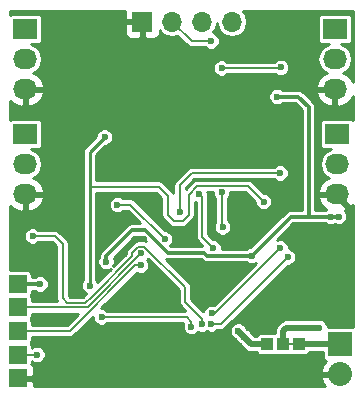
<source format=gtl>
G04 #@! TF.FileFunction,Copper,L1,Top,Signal*
%FSLAX46Y46*%
G04 Gerber Fmt 4.6, Leading zero omitted, Abs format (unit mm)*
G04 Created by KiCad (PCBNEW 4.0.2+dfsg1-stable) date Fri 12 May 2017 16:51:10 AEST*
%MOMM*%
G01*
G04 APERTURE LIST*
%ADD10C,0.100000*%
%ADD11C,0.600000*%
%ADD12R,2.032000X1.727200*%
%ADD13O,2.032000X1.727200*%
%ADD14R,2.032000X2.032000*%
%ADD15O,2.032000X2.032000*%
%ADD16R,1.500000X1.500000*%
%ADD17R,1.000000X1.000000*%
%ADD18R,1.700000X1.700000*%
%ADD19O,1.700000X1.700000*%
%ADD20C,0.508000*%
%ADD21C,0.203200*%
%ADD22C,0.304800*%
%ADD23C,0.254000*%
G04 APERTURE END LIST*
D10*
D11*
X203174600Y-118567200D03*
X204774800Y-116814600D03*
X200507600Y-118440200D03*
X198399400Y-126263400D03*
X192074800Y-125349000D03*
X212013800Y-100660200D03*
X207949800Y-97409000D03*
X192735200Y-111810800D03*
X190373000Y-116001800D03*
X192709800Y-116230400D03*
X192455800Y-120726200D03*
X195148200Y-122834400D03*
X197408800Y-113258600D03*
X204597000Y-104394000D03*
X202717400Y-107213400D03*
X214096600Y-111201200D03*
X214299800Y-113639600D03*
X214630000Y-115316000D03*
X213207600Y-124536200D03*
X214985600Y-124510800D03*
X200787000Y-114046000D03*
X193167000Y-109474000D03*
X202692000Y-103886000D03*
X203327000Y-98806000D03*
X203581000Y-100711000D03*
X206756000Y-107289600D03*
X211074000Y-95504000D03*
X200914000Y-123088400D03*
X204266800Y-113385600D03*
X202819000Y-109347000D03*
D12*
X190754000Y-105156000D03*
D13*
X190754000Y-107696000D03*
X190754000Y-110236000D03*
D14*
X217424000Y-122936000D03*
D15*
X217424000Y-125476000D03*
D12*
X216990000Y-96266000D03*
D13*
X216990000Y-98806000D03*
X216990000Y-101346000D03*
D12*
X217170000Y-105156000D03*
D13*
X217170000Y-107696000D03*
X217170000Y-110236000D03*
D12*
X190754000Y-96266000D03*
D13*
X190754000Y-98806000D03*
X190754000Y-101346000D03*
D11*
X194691000Y-112522000D03*
D16*
X190119000Y-123825000D03*
X190119000Y-121825000D03*
X190119000Y-119825000D03*
X190119000Y-117825000D03*
X190119000Y-125825000D03*
D17*
X211248000Y-122936000D03*
X213948000Y-122936000D03*
X212598000Y-122936000D03*
D18*
X200672700Y-95631000D03*
D19*
X203212700Y-95631000D03*
X205752700Y-95631000D03*
X208292700Y-95631000D03*
D11*
X215011000Y-121539000D03*
X215646000Y-121539000D03*
X202565000Y-114046000D03*
X198577790Y-111140190D03*
X212410000Y-99502000D03*
X207391000Y-99568000D03*
X207401744Y-110098256D03*
X207479900Y-113030000D03*
X212344000Y-108458000D03*
X203835000Y-111760000D03*
X209268800Y-122301000D03*
X208812199Y-121844399D03*
X192024000Y-117856000D03*
X197612000Y-115951000D03*
X212090000Y-101981000D03*
X209931000Y-115443000D03*
X216662000Y-112141000D03*
X217297000Y-112141000D03*
X210947000Y-110871000D03*
X197485000Y-105410000D03*
X196215000Y-117983000D03*
X206502000Y-97282000D03*
X204837882Y-121475622D03*
X197231000Y-120650000D03*
X212344000Y-114808000D03*
X206583138Y-120328650D03*
X212979000Y-115570000D03*
X206502000Y-121239589D03*
X191770000Y-123825000D03*
X200533000Y-116268500D03*
X200596500Y-115255611D03*
X206679800Y-114803229D03*
X205475256Y-110246744D03*
X191389000Y-113792000D03*
X205740000Y-121239589D03*
D20*
X212852000Y-121539000D02*
X212598000Y-121793000D01*
X212598000Y-121793000D02*
X212598000Y-122936000D01*
X215011000Y-121539000D02*
X212852000Y-121539000D01*
X215011000Y-121539000D02*
X215646000Y-121539000D01*
D21*
X212445600Y-122936000D02*
X214096600Y-122936000D01*
D20*
X217170000Y-110413800D02*
X218313000Y-111556800D01*
X217170000Y-110236000D02*
X217170000Y-110413800D01*
X217170000Y-110236000D02*
X217170000Y-110286800D01*
D21*
X198577790Y-111140190D02*
X199659190Y-111140190D01*
X199659190Y-111140190D02*
X202565000Y-114046000D01*
X207391000Y-99568000D02*
X212344000Y-99568000D01*
X212344000Y-99568000D02*
X212410000Y-99502000D01*
X207391000Y-113030000D02*
X207391000Y-110109000D01*
X207391000Y-110109000D02*
X207401744Y-110098256D01*
X206444078Y-108458000D02*
X205994000Y-108458000D01*
X205941170Y-108458000D02*
X205994000Y-108458000D01*
X204851000Y-108458000D02*
X205994000Y-108458000D01*
X203835000Y-109474000D02*
X204851000Y-108458000D01*
X203835000Y-111760000D02*
X203835000Y-109474000D01*
X206444078Y-108458000D02*
X212344000Y-108458000D01*
D20*
X209268800Y-122301000D02*
X208812199Y-121844399D01*
X209903800Y-122936000D02*
X209268800Y-122301000D01*
X211248000Y-122936000D02*
X209903800Y-122936000D01*
X217424000Y-122936000D02*
X213948000Y-122936000D01*
D22*
X209931000Y-115443000D02*
X206121000Y-115443000D01*
X206121000Y-115443000D02*
X205867000Y-115189000D01*
X205867000Y-115189000D02*
X202825106Y-115189000D01*
X202825106Y-115189000D02*
X200920106Y-113284000D01*
X200920106Y-113284000D02*
X199771000Y-113284000D01*
X199771000Y-113284000D02*
X197612000Y-115443000D01*
X197612000Y-115443000D02*
X197612000Y-115951000D01*
X216662000Y-112141000D02*
X214757000Y-112141000D01*
X214757000Y-112141000D02*
X213233000Y-112141000D01*
X214757000Y-110236000D02*
X214757000Y-112141000D01*
X213233000Y-112141000D02*
X209931000Y-115443000D01*
X214757000Y-102870000D02*
X213868000Y-101981000D01*
X213868000Y-101981000D02*
X212090000Y-101981000D01*
X214757000Y-110236000D02*
X214757000Y-102870000D01*
X192024000Y-117856000D02*
X190150000Y-117856000D01*
X190150000Y-117856000D02*
X190119000Y-117825000D01*
X217297000Y-112141000D02*
X216662000Y-112141000D01*
D23*
X196215000Y-117983000D02*
X196215000Y-109601000D01*
D21*
X199517000Y-109601000D02*
X196215000Y-109601000D01*
D23*
X196215000Y-109601000D02*
X196215000Y-106680000D01*
D21*
X204597000Y-112014000D02*
X204089000Y-112522000D01*
X210947000Y-110871000D02*
X209620255Y-109544255D01*
X209620255Y-109544255D02*
X205357823Y-109544255D01*
X202057000Y-109601000D02*
X199517000Y-109601000D01*
X205357823Y-109544255D02*
X204597000Y-110305078D01*
X204597000Y-110305078D02*
X204597000Y-112014000D01*
X204089000Y-112522000D02*
X203327000Y-112522000D01*
X203327000Y-112522000D02*
X202819000Y-112014000D01*
X202819000Y-112014000D02*
X202819000Y-110363000D01*
X202819000Y-110363000D02*
X202057000Y-109601000D01*
D23*
X196215000Y-106680000D02*
X197485000Y-105410000D01*
D21*
X206502000Y-97282000D02*
X204851000Y-97282000D01*
X204851000Y-97282000D02*
X203200000Y-95631000D01*
X204837882Y-121475622D02*
X204837882Y-121051358D01*
X204837882Y-121051358D02*
X204436524Y-120650000D01*
X204436524Y-120650000D02*
X204275217Y-120650000D01*
X204275217Y-120650000D02*
X204158530Y-120650000D01*
X204158530Y-120650000D02*
X197231000Y-120650000D01*
X212344000Y-114808000D02*
X206823350Y-120328650D01*
X206823350Y-120328650D02*
X206583138Y-120328650D01*
X212979000Y-115570000D02*
X207309411Y-121239589D01*
X207309411Y-121239589D02*
X206502000Y-121239589D01*
X191770000Y-123825000D02*
X190119000Y-123825000D01*
X200533000Y-116268500D02*
X200108736Y-116268500D01*
X200108736Y-116268500D02*
X194552236Y-121825000D01*
X194552236Y-121825000D02*
X191072200Y-121825000D01*
X191072200Y-121825000D02*
X190119000Y-121825000D01*
X190119000Y-119825000D02*
X196049328Y-119825000D01*
X196049328Y-119825000D02*
X196049328Y-119802783D01*
X196049328Y-119802783D02*
X200596500Y-115255611D01*
X205475256Y-110246744D02*
X205740000Y-110511488D01*
X205740000Y-110511488D02*
X205740000Y-113863429D01*
X205740000Y-113863429D02*
X206679800Y-114803229D01*
X194335890Y-119469390D02*
X193929000Y-119062500D01*
X193929000Y-119062500D02*
X193929000Y-114427000D01*
X195871610Y-119469390D02*
X194335890Y-119469390D01*
X196413703Y-118935500D02*
X196405500Y-118935500D01*
X196405500Y-118935500D02*
X195871610Y-119469390D01*
X199834500Y-115514703D02*
X196413703Y-118935500D01*
X204304675Y-119380000D02*
X204304675Y-118143864D01*
X204304675Y-118143864D02*
X200862421Y-114701610D01*
X200862421Y-114701610D02*
X200330579Y-114701610D01*
X200330579Y-114701610D02*
X199834500Y-115197689D01*
X199834500Y-115197689D02*
X199834500Y-115514703D01*
X193929000Y-114427000D02*
X193294000Y-113792000D01*
X193294000Y-113792000D02*
X191389000Y-113792000D01*
X205740000Y-121239589D02*
X205740000Y-120815325D01*
X205740000Y-120815325D02*
X204304675Y-119380000D01*
D23*
G36*
X218493200Y-121490514D02*
X218440000Y-121479741D01*
X216408000Y-121479741D01*
X216377847Y-121485415D01*
X216377927Y-121394075D01*
X216266752Y-121125010D01*
X216061073Y-120918972D01*
X215792203Y-120807327D01*
X215501075Y-120807073D01*
X215389439Y-120853200D01*
X215267677Y-120853200D01*
X215157203Y-120807327D01*
X214866075Y-120807073D01*
X214754439Y-120853200D01*
X212852000Y-120853200D01*
X212589556Y-120905403D01*
X212523707Y-120949402D01*
X212367066Y-121054066D01*
X212113066Y-121308066D01*
X211964403Y-121530555D01*
X211930803Y-121699474D01*
X211912200Y-121793000D01*
X211912200Y-122028992D01*
X211748000Y-121995741D01*
X210748000Y-121995741D01*
X210587985Y-122025850D01*
X210441020Y-122120419D01*
X210352345Y-122250200D01*
X210187868Y-122250200D01*
X209935232Y-121997564D01*
X209889552Y-121887010D01*
X209683873Y-121680972D01*
X209572318Y-121634650D01*
X209478631Y-121540963D01*
X209432951Y-121430409D01*
X209227272Y-121224371D01*
X208958402Y-121112726D01*
X208667274Y-121112472D01*
X208398209Y-121223647D01*
X208192171Y-121429326D01*
X208080526Y-121698196D01*
X208080272Y-121989324D01*
X208191447Y-122258389D01*
X208397126Y-122464427D01*
X208508681Y-122510749D01*
X208602368Y-122604436D01*
X208648048Y-122714990D01*
X208853727Y-122921028D01*
X208965282Y-122967350D01*
X209418866Y-123420934D01*
X209641355Y-123569597D01*
X209903800Y-123621801D01*
X209903805Y-123621800D01*
X210354442Y-123621800D01*
X210432419Y-123742980D01*
X210576715Y-123841573D01*
X210748000Y-123876259D01*
X211748000Y-123876259D01*
X211908015Y-123846150D01*
X211921095Y-123837733D01*
X211926715Y-123841573D01*
X212098000Y-123876259D01*
X213098000Y-123876259D01*
X213258015Y-123846150D01*
X213271095Y-123837733D01*
X213276715Y-123841573D01*
X213448000Y-123876259D01*
X214448000Y-123876259D01*
X214608015Y-123846150D01*
X214754980Y-123751581D01*
X214843655Y-123621800D01*
X215967741Y-123621800D01*
X215967741Y-123952000D01*
X215997850Y-124112015D01*
X216092419Y-124258980D01*
X216236715Y-124357573D01*
X216250236Y-124360311D01*
X216017615Y-124611182D01*
X215818025Y-125093056D01*
X215937164Y-125349000D01*
X217297000Y-125349000D01*
X217297000Y-125329000D01*
X217551000Y-125329000D01*
X217551000Y-125349000D01*
X217571000Y-125349000D01*
X217571000Y-125603000D01*
X217551000Y-125603000D01*
X217551000Y-125623000D01*
X217297000Y-125623000D01*
X217297000Y-125603000D01*
X215937164Y-125603000D01*
X215818025Y-125858944D01*
X216017615Y-126340818D01*
X216158912Y-126493200D01*
X191504000Y-126493200D01*
X191504000Y-126110750D01*
X191345250Y-125952000D01*
X190246000Y-125952000D01*
X190246000Y-125972000D01*
X189992000Y-125972000D01*
X189992000Y-125952000D01*
X189972000Y-125952000D01*
X189972000Y-125698000D01*
X189992000Y-125698000D01*
X189992000Y-125678000D01*
X190246000Y-125678000D01*
X190246000Y-125698000D01*
X191345250Y-125698000D01*
X191504000Y-125539250D01*
X191504000Y-124948691D01*
X191407327Y-124715302D01*
X191302147Y-124610121D01*
X191309259Y-124575000D01*
X191309259Y-124399280D01*
X191354927Y-124445028D01*
X191623797Y-124556673D01*
X191914925Y-124556927D01*
X192183990Y-124445752D01*
X192390028Y-124240073D01*
X192501673Y-123971203D01*
X192501927Y-123680075D01*
X192390752Y-123411010D01*
X192185073Y-123204972D01*
X191916203Y-123093327D01*
X191625075Y-123093073D01*
X191356010Y-123204248D01*
X191309259Y-123250918D01*
X191309259Y-123075000D01*
X191279150Y-122914985D01*
X191221025Y-122824656D01*
X191274573Y-122746285D01*
X191309259Y-122575000D01*
X191309259Y-122358400D01*
X194552236Y-122358400D01*
X194756359Y-122317797D01*
X194929407Y-122202171D01*
X196499215Y-120632363D01*
X196499073Y-120794925D01*
X196610248Y-121063990D01*
X196815927Y-121270028D01*
X197084797Y-121381673D01*
X197375925Y-121381927D01*
X197644990Y-121270752D01*
X197732494Y-121183400D01*
X204166842Y-121183400D01*
X204106209Y-121329419D01*
X204105955Y-121620547D01*
X204217130Y-121889612D01*
X204422809Y-122095650D01*
X204691679Y-122207295D01*
X204982807Y-122207549D01*
X205251872Y-122096374D01*
X205440831Y-121907745D01*
X205593797Y-121971262D01*
X205884925Y-121971516D01*
X206121250Y-121873869D01*
X206355797Y-121971262D01*
X206646925Y-121971516D01*
X206915990Y-121860341D01*
X207003494Y-121772989D01*
X207309411Y-121772989D01*
X207513534Y-121732386D01*
X207686582Y-121616760D01*
X213001522Y-116301820D01*
X213123925Y-116301927D01*
X213392990Y-116190752D01*
X213599028Y-115985073D01*
X213710673Y-115716203D01*
X213710927Y-115425075D01*
X213599752Y-115156010D01*
X213394073Y-114949972D01*
X213125203Y-114838327D01*
X213075774Y-114838284D01*
X213075927Y-114663075D01*
X212964752Y-114394010D01*
X212759073Y-114187972D01*
X212490203Y-114076327D01*
X212199075Y-114076073D01*
X212071327Y-114128857D01*
X213474984Y-112725200D01*
X216211161Y-112725200D01*
X216246927Y-112761028D01*
X216515797Y-112872673D01*
X216806925Y-112872927D01*
X216979593Y-112801582D01*
X217150797Y-112872673D01*
X217441925Y-112872927D01*
X217710990Y-112761752D01*
X217917028Y-112556073D01*
X218028673Y-112287203D01*
X218028927Y-111996075D01*
X217917752Y-111727010D01*
X217813581Y-111622657D01*
X218084320Y-111527954D01*
X218493200Y-111162635D01*
X218493200Y-121490514D01*
X218493200Y-121490514D01*
G37*
X218493200Y-121490514D02*
X218440000Y-121479741D01*
X216408000Y-121479741D01*
X216377847Y-121485415D01*
X216377927Y-121394075D01*
X216266752Y-121125010D01*
X216061073Y-120918972D01*
X215792203Y-120807327D01*
X215501075Y-120807073D01*
X215389439Y-120853200D01*
X215267677Y-120853200D01*
X215157203Y-120807327D01*
X214866075Y-120807073D01*
X214754439Y-120853200D01*
X212852000Y-120853200D01*
X212589556Y-120905403D01*
X212523707Y-120949402D01*
X212367066Y-121054066D01*
X212113066Y-121308066D01*
X211964403Y-121530555D01*
X211930803Y-121699474D01*
X211912200Y-121793000D01*
X211912200Y-122028992D01*
X211748000Y-121995741D01*
X210748000Y-121995741D01*
X210587985Y-122025850D01*
X210441020Y-122120419D01*
X210352345Y-122250200D01*
X210187868Y-122250200D01*
X209935232Y-121997564D01*
X209889552Y-121887010D01*
X209683873Y-121680972D01*
X209572318Y-121634650D01*
X209478631Y-121540963D01*
X209432951Y-121430409D01*
X209227272Y-121224371D01*
X208958402Y-121112726D01*
X208667274Y-121112472D01*
X208398209Y-121223647D01*
X208192171Y-121429326D01*
X208080526Y-121698196D01*
X208080272Y-121989324D01*
X208191447Y-122258389D01*
X208397126Y-122464427D01*
X208508681Y-122510749D01*
X208602368Y-122604436D01*
X208648048Y-122714990D01*
X208853727Y-122921028D01*
X208965282Y-122967350D01*
X209418866Y-123420934D01*
X209641355Y-123569597D01*
X209903800Y-123621801D01*
X209903805Y-123621800D01*
X210354442Y-123621800D01*
X210432419Y-123742980D01*
X210576715Y-123841573D01*
X210748000Y-123876259D01*
X211748000Y-123876259D01*
X211908015Y-123846150D01*
X211921095Y-123837733D01*
X211926715Y-123841573D01*
X212098000Y-123876259D01*
X213098000Y-123876259D01*
X213258015Y-123846150D01*
X213271095Y-123837733D01*
X213276715Y-123841573D01*
X213448000Y-123876259D01*
X214448000Y-123876259D01*
X214608015Y-123846150D01*
X214754980Y-123751581D01*
X214843655Y-123621800D01*
X215967741Y-123621800D01*
X215967741Y-123952000D01*
X215997850Y-124112015D01*
X216092419Y-124258980D01*
X216236715Y-124357573D01*
X216250236Y-124360311D01*
X216017615Y-124611182D01*
X215818025Y-125093056D01*
X215937164Y-125349000D01*
X217297000Y-125349000D01*
X217297000Y-125329000D01*
X217551000Y-125329000D01*
X217551000Y-125349000D01*
X217571000Y-125349000D01*
X217571000Y-125603000D01*
X217551000Y-125603000D01*
X217551000Y-125623000D01*
X217297000Y-125623000D01*
X217297000Y-125603000D01*
X215937164Y-125603000D01*
X215818025Y-125858944D01*
X216017615Y-126340818D01*
X216158912Y-126493200D01*
X191504000Y-126493200D01*
X191504000Y-126110750D01*
X191345250Y-125952000D01*
X190246000Y-125952000D01*
X190246000Y-125972000D01*
X189992000Y-125972000D01*
X189992000Y-125952000D01*
X189972000Y-125952000D01*
X189972000Y-125698000D01*
X189992000Y-125698000D01*
X189992000Y-125678000D01*
X190246000Y-125678000D01*
X190246000Y-125698000D01*
X191345250Y-125698000D01*
X191504000Y-125539250D01*
X191504000Y-124948691D01*
X191407327Y-124715302D01*
X191302147Y-124610121D01*
X191309259Y-124575000D01*
X191309259Y-124399280D01*
X191354927Y-124445028D01*
X191623797Y-124556673D01*
X191914925Y-124556927D01*
X192183990Y-124445752D01*
X192390028Y-124240073D01*
X192501673Y-123971203D01*
X192501927Y-123680075D01*
X192390752Y-123411010D01*
X192185073Y-123204972D01*
X191916203Y-123093327D01*
X191625075Y-123093073D01*
X191356010Y-123204248D01*
X191309259Y-123250918D01*
X191309259Y-123075000D01*
X191279150Y-122914985D01*
X191221025Y-122824656D01*
X191274573Y-122746285D01*
X191309259Y-122575000D01*
X191309259Y-122358400D01*
X194552236Y-122358400D01*
X194756359Y-122317797D01*
X194929407Y-122202171D01*
X196499215Y-120632363D01*
X196499073Y-120794925D01*
X196610248Y-121063990D01*
X196815927Y-121270028D01*
X197084797Y-121381673D01*
X197375925Y-121381927D01*
X197644990Y-121270752D01*
X197732494Y-121183400D01*
X204166842Y-121183400D01*
X204106209Y-121329419D01*
X204105955Y-121620547D01*
X204217130Y-121889612D01*
X204422809Y-122095650D01*
X204691679Y-122207295D01*
X204982807Y-122207549D01*
X205251872Y-122096374D01*
X205440831Y-121907745D01*
X205593797Y-121971262D01*
X205884925Y-121971516D01*
X206121250Y-121873869D01*
X206355797Y-121971262D01*
X206646925Y-121971516D01*
X206915990Y-121860341D01*
X207003494Y-121772989D01*
X207309411Y-121772989D01*
X207513534Y-121732386D01*
X207686582Y-121616760D01*
X213001522Y-116301820D01*
X213123925Y-116301927D01*
X213392990Y-116190752D01*
X213599028Y-115985073D01*
X213710673Y-115716203D01*
X213710927Y-115425075D01*
X213599752Y-115156010D01*
X213394073Y-114949972D01*
X213125203Y-114838327D01*
X213075774Y-114838284D01*
X213075927Y-114663075D01*
X212964752Y-114394010D01*
X212759073Y-114187972D01*
X212490203Y-114076327D01*
X212199075Y-114076073D01*
X212071327Y-114128857D01*
X213474984Y-112725200D01*
X216211161Y-112725200D01*
X216246927Y-112761028D01*
X216515797Y-112872673D01*
X216806925Y-112872927D01*
X216979593Y-112801582D01*
X217150797Y-112872673D01*
X217441925Y-112872927D01*
X217710990Y-112761752D01*
X217917028Y-112556073D01*
X218028673Y-112287203D01*
X218028927Y-111996075D01*
X217917752Y-111727010D01*
X217813581Y-111622657D01*
X218084320Y-111527954D01*
X218493200Y-111162635D01*
X218493200Y-121490514D01*
G36*
X194331294Y-121291600D02*
X191309259Y-121291600D01*
X191309259Y-121075000D01*
X191279150Y-120914985D01*
X191221025Y-120824656D01*
X191274573Y-120746285D01*
X191309259Y-120575000D01*
X191309259Y-120358400D01*
X195264494Y-120358400D01*
X194331294Y-121291600D01*
X194331294Y-121291600D01*
G37*
X194331294Y-121291600D02*
X191309259Y-121291600D01*
X191309259Y-121075000D01*
X191279150Y-120914985D01*
X191221025Y-120824656D01*
X191274573Y-120746285D01*
X191309259Y-120575000D01*
X191309259Y-120358400D01*
X195264494Y-120358400D01*
X194331294Y-121291600D01*
G36*
X202825106Y-115773200D02*
X205625016Y-115773200D01*
X205707908Y-115856092D01*
X205897436Y-115982730D01*
X206121000Y-116027200D01*
X209480161Y-116027200D01*
X209515927Y-116063028D01*
X209784797Y-116174673D01*
X210075925Y-116174927D01*
X210326101Y-116071557D01*
X206779749Y-119617909D01*
X206729341Y-119596977D01*
X206438213Y-119596723D01*
X206169148Y-119707898D01*
X205963110Y-119913577D01*
X205854399Y-120175382D01*
X204838075Y-119159058D01*
X204838075Y-118143864D01*
X204809897Y-118002203D01*
X204797472Y-117939740D01*
X204681846Y-117766693D01*
X202654396Y-115739243D01*
X202825106Y-115773200D01*
X202825106Y-115773200D01*
G37*
X202825106Y-115773200D02*
X205625016Y-115773200D01*
X205707908Y-115856092D01*
X205897436Y-115982730D01*
X206121000Y-116027200D01*
X209480161Y-116027200D01*
X209515927Y-116063028D01*
X209784797Y-116174673D01*
X210075925Y-116174927D01*
X210326101Y-116071557D01*
X206779749Y-119617909D01*
X206729341Y-119596977D01*
X206438213Y-119596723D01*
X206169148Y-119707898D01*
X205963110Y-119913577D01*
X205854399Y-120175382D01*
X204838075Y-119159058D01*
X204838075Y-118143864D01*
X204809897Y-118002203D01*
X204797472Y-117939740D01*
X204681846Y-117766693D01*
X202654396Y-115739243D01*
X202825106Y-115773200D01*
G36*
X203771275Y-118364806D02*
X203771275Y-119380000D01*
X203811878Y-119584123D01*
X203927504Y-119757171D01*
X204286933Y-120116600D01*
X197732550Y-120116600D01*
X197646073Y-120029972D01*
X197377203Y-119918327D01*
X197213394Y-119918184D01*
X200206338Y-116925240D01*
X200386797Y-117000173D01*
X200677925Y-117000427D01*
X200946990Y-116889252D01*
X201153028Y-116683573D01*
X201264673Y-116414703D01*
X201264927Y-116123575D01*
X201153752Y-115854510D01*
X201093172Y-115793825D01*
X201146780Y-115740311D01*
X203771275Y-118364806D01*
X203771275Y-118364806D01*
G37*
X203771275Y-118364806D02*
X203771275Y-119380000D01*
X203811878Y-119584123D01*
X203927504Y-119757171D01*
X204286933Y-120116600D01*
X197732550Y-120116600D01*
X197646073Y-120029972D01*
X197377203Y-119918327D01*
X197213394Y-119918184D01*
X200206338Y-116925240D01*
X200386797Y-117000173D01*
X200677925Y-117000427D01*
X200946990Y-116889252D01*
X201153028Y-116683573D01*
X201264673Y-116414703D01*
X201264927Y-116123575D01*
X201153752Y-115854510D01*
X201093172Y-115793825D01*
X201146780Y-115740311D01*
X203771275Y-118364806D01*
G36*
X199187700Y-95345250D02*
X199346450Y-95504000D01*
X200545700Y-95504000D01*
X200545700Y-95484000D01*
X200799700Y-95484000D01*
X200799700Y-95504000D01*
X200819700Y-95504000D01*
X200819700Y-95758000D01*
X200799700Y-95758000D01*
X200799700Y-96957250D01*
X200958450Y-97116000D01*
X201649010Y-97116000D01*
X201882399Y-97019327D01*
X202061027Y-96840698D01*
X202157700Y-96607309D01*
X202157700Y-96340040D01*
X202306331Y-96562481D01*
X202722176Y-96840341D01*
X203212700Y-96937912D01*
X203663000Y-96848342D01*
X204473827Y-97659168D01*
X204473829Y-97659171D01*
X204646877Y-97774797D01*
X204851000Y-97815401D01*
X204851005Y-97815400D01*
X206000450Y-97815400D01*
X206086927Y-97902028D01*
X206355797Y-98013673D01*
X206646925Y-98013927D01*
X206915990Y-97902752D01*
X207122028Y-97697073D01*
X207233673Y-97428203D01*
X207233927Y-97137075D01*
X207122752Y-96868010D01*
X206917073Y-96661972D01*
X206663066Y-96556499D01*
X206936929Y-96146636D01*
X207022700Y-95715435D01*
X207108471Y-96146636D01*
X207386331Y-96562481D01*
X207802176Y-96840341D01*
X208292700Y-96937912D01*
X208783224Y-96840341D01*
X209199069Y-96562481D01*
X209476929Y-96146636D01*
X209574500Y-95656112D01*
X209574500Y-95605888D01*
X209476929Y-95115364D01*
X209226652Y-94740800D01*
X218493200Y-94740800D01*
X218493200Y-100760481D01*
X218340732Y-100443964D01*
X217904320Y-100054046D01*
X217697867Y-99981830D01*
X218086750Y-99721986D01*
X218367558Y-99301728D01*
X218466164Y-98806000D01*
X218367558Y-98310272D01*
X218086750Y-97890014D01*
X217666492Y-97609206D01*
X217468680Y-97569859D01*
X218006000Y-97569859D01*
X218166015Y-97539750D01*
X218312980Y-97445181D01*
X218411573Y-97300885D01*
X218446259Y-97129600D01*
X218446259Y-95402400D01*
X218416150Y-95242385D01*
X218321581Y-95095420D01*
X218177285Y-94996827D01*
X218006000Y-94962141D01*
X215974000Y-94962141D01*
X215813985Y-94992250D01*
X215667020Y-95086819D01*
X215568427Y-95231115D01*
X215533741Y-95402400D01*
X215533741Y-97129600D01*
X215563850Y-97289615D01*
X215658419Y-97436580D01*
X215802715Y-97535173D01*
X215974000Y-97569859D01*
X216511320Y-97569859D01*
X216313508Y-97609206D01*
X215893250Y-97890014D01*
X215612442Y-98310272D01*
X215513836Y-98806000D01*
X215612442Y-99301728D01*
X215893250Y-99721986D01*
X216282133Y-99981830D01*
X216075680Y-100054046D01*
X215639268Y-100443964D01*
X215385291Y-100971209D01*
X215382642Y-100986974D01*
X215503783Y-101219000D01*
X216863000Y-101219000D01*
X216863000Y-101199000D01*
X217117000Y-101199000D01*
X217117000Y-101219000D01*
X217137000Y-101219000D01*
X217137000Y-101473000D01*
X217117000Y-101473000D01*
X217117000Y-102686924D01*
X217351913Y-102831184D01*
X217904320Y-102637954D01*
X218340732Y-102248036D01*
X218493200Y-101931519D01*
X218493200Y-103979694D01*
X218357285Y-103886827D01*
X218186000Y-103852141D01*
X216154000Y-103852141D01*
X215993985Y-103882250D01*
X215847020Y-103976819D01*
X215748427Y-104121115D01*
X215713741Y-104292400D01*
X215713741Y-106019600D01*
X215743850Y-106179615D01*
X215838419Y-106326580D01*
X215982715Y-106425173D01*
X216154000Y-106459859D01*
X216691320Y-106459859D01*
X216493508Y-106499206D01*
X216073250Y-106780014D01*
X215792442Y-107200272D01*
X215693836Y-107696000D01*
X215792442Y-108191728D01*
X216073250Y-108611986D01*
X216462133Y-108871830D01*
X216255680Y-108944046D01*
X215819268Y-109333964D01*
X215565291Y-109861209D01*
X215562642Y-109876974D01*
X215683783Y-110109000D01*
X217043000Y-110109000D01*
X217043000Y-110089000D01*
X217297000Y-110089000D01*
X217297000Y-110109000D01*
X217317000Y-110109000D01*
X217317000Y-110363000D01*
X217297000Y-110363000D01*
X217297000Y-110383000D01*
X217043000Y-110383000D01*
X217043000Y-110363000D01*
X215683783Y-110363000D01*
X215562642Y-110595026D01*
X215565291Y-110610791D01*
X215819268Y-111138036D01*
X216247559Y-111520698D01*
X216211394Y-111556800D01*
X215341200Y-111556800D01*
X215341200Y-102870000D01*
X215296730Y-102646436D01*
X215170092Y-102456908D01*
X214418210Y-101705026D01*
X215382642Y-101705026D01*
X215385291Y-101720791D01*
X215639268Y-102248036D01*
X216075680Y-102637954D01*
X216628087Y-102831184D01*
X216863000Y-102686924D01*
X216863000Y-101473000D01*
X215503783Y-101473000D01*
X215382642Y-101705026D01*
X214418210Y-101705026D01*
X214281092Y-101567908D01*
X214278127Y-101565927D01*
X214091564Y-101441270D01*
X213868000Y-101396800D01*
X212540839Y-101396800D01*
X212505073Y-101360972D01*
X212236203Y-101249327D01*
X211945075Y-101249073D01*
X211676010Y-101360248D01*
X211469972Y-101565927D01*
X211358327Y-101834797D01*
X211358073Y-102125925D01*
X211469248Y-102394990D01*
X211674927Y-102601028D01*
X211943797Y-102712673D01*
X212234925Y-102712927D01*
X212503990Y-102601752D01*
X212540606Y-102565200D01*
X213626016Y-102565200D01*
X214172800Y-103111984D01*
X214172800Y-111556800D01*
X213233000Y-111556800D01*
X213009436Y-111601270D01*
X212901201Y-111673590D01*
X212819908Y-111727908D01*
X209836699Y-114711117D01*
X209786075Y-114711073D01*
X209517010Y-114822248D01*
X209480394Y-114858800D01*
X207411552Y-114858800D01*
X207411727Y-114658304D01*
X207300552Y-114389239D01*
X207094873Y-114183201D01*
X206826003Y-114071556D01*
X206702361Y-114071448D01*
X206273400Y-113642487D01*
X206273400Y-110511493D01*
X206273401Y-110511488D01*
X206232797Y-110307365D01*
X206207037Y-110268813D01*
X206207183Y-110101819D01*
X206197199Y-110077655D01*
X206669961Y-110077655D01*
X206669817Y-110243181D01*
X206780992Y-110512246D01*
X206857600Y-110588988D01*
X206857600Y-112620399D01*
X206748227Y-112883797D01*
X206747973Y-113174925D01*
X206859148Y-113443990D01*
X207064827Y-113650028D01*
X207333697Y-113761673D01*
X207624825Y-113761927D01*
X207893890Y-113650752D01*
X208099928Y-113445073D01*
X208211573Y-113176203D01*
X208211827Y-112885075D01*
X208100652Y-112616010D01*
X207924400Y-112439450D01*
X207924400Y-110610531D01*
X208021772Y-110513329D01*
X208133417Y-110244459D01*
X208133563Y-110077655D01*
X209399313Y-110077655D01*
X210215180Y-110893522D01*
X210215073Y-111015925D01*
X210326248Y-111284990D01*
X210531927Y-111491028D01*
X210800797Y-111602673D01*
X211091925Y-111602927D01*
X211360990Y-111491752D01*
X211567028Y-111286073D01*
X211678673Y-111017203D01*
X211678927Y-110726075D01*
X211567752Y-110457010D01*
X211362073Y-110250972D01*
X211093203Y-110139327D01*
X210969561Y-110139219D01*
X209997426Y-109167084D01*
X209824378Y-109051458D01*
X209620255Y-109010855D01*
X205357823Y-109010855D01*
X205153700Y-109051458D01*
X204980652Y-109167084D01*
X204368400Y-109779336D01*
X204368400Y-109694942D01*
X205071942Y-108991400D01*
X211842450Y-108991400D01*
X211928927Y-109078028D01*
X212197797Y-109189673D01*
X212488925Y-109189927D01*
X212757990Y-109078752D01*
X212964028Y-108873073D01*
X213075673Y-108604203D01*
X213075927Y-108313075D01*
X212964752Y-108044010D01*
X212759073Y-107837972D01*
X212490203Y-107726327D01*
X212199075Y-107726073D01*
X211930010Y-107837248D01*
X211842506Y-107924600D01*
X204851000Y-107924600D01*
X204646877Y-107965203D01*
X204473829Y-108080829D01*
X203457829Y-109096829D01*
X203342203Y-109269877D01*
X203301600Y-109474000D01*
X203301600Y-110143616D01*
X203196171Y-109985829D01*
X202434171Y-109223829D01*
X202261123Y-109108203D01*
X202057000Y-109067600D01*
X196773800Y-109067600D01*
X196773800Y-106911462D01*
X197543410Y-106141852D01*
X197629925Y-106141927D01*
X197898990Y-106030752D01*
X198105028Y-105825073D01*
X198216673Y-105556203D01*
X198216927Y-105265075D01*
X198105752Y-104996010D01*
X197900073Y-104789972D01*
X197631203Y-104678327D01*
X197340075Y-104678073D01*
X197071010Y-104789248D01*
X196864972Y-104994927D01*
X196753327Y-105263797D01*
X196753250Y-105351488D01*
X195819869Y-106284869D01*
X195698736Y-106466156D01*
X195656200Y-106680000D01*
X195656200Y-117506806D01*
X195594972Y-117567927D01*
X195483327Y-117836797D01*
X195483073Y-118127925D01*
X195594248Y-118396990D01*
X195799927Y-118603028D01*
X195929731Y-118656928D01*
X195650668Y-118935990D01*
X194556832Y-118935990D01*
X194462400Y-118841558D01*
X194462400Y-114427005D01*
X194462401Y-114427000D01*
X194421797Y-114222877D01*
X194411237Y-114207073D01*
X194306171Y-114049829D01*
X194306168Y-114049827D01*
X193671171Y-113414829D01*
X193498123Y-113299203D01*
X193294000Y-113258600D01*
X191890550Y-113258600D01*
X191804073Y-113171972D01*
X191535203Y-113060327D01*
X191244075Y-113060073D01*
X190975010Y-113171248D01*
X190768972Y-113376927D01*
X190657327Y-113645797D01*
X190657073Y-113936925D01*
X190768248Y-114205990D01*
X190973927Y-114412028D01*
X191242797Y-114523673D01*
X191533925Y-114523927D01*
X191802990Y-114412752D01*
X191890494Y-114325400D01*
X193073058Y-114325400D01*
X193395600Y-114647941D01*
X193395600Y-119062500D01*
X193436203Y-119266623D01*
X193452892Y-119291600D01*
X191309259Y-119291600D01*
X191309259Y-119075000D01*
X191279150Y-118914985D01*
X191221025Y-118824656D01*
X191274573Y-118746285D01*
X191309259Y-118575000D01*
X191309259Y-118440200D01*
X191573161Y-118440200D01*
X191608927Y-118476028D01*
X191877797Y-118587673D01*
X192168925Y-118587927D01*
X192437990Y-118476752D01*
X192644028Y-118271073D01*
X192755673Y-118002203D01*
X192755927Y-117711075D01*
X192644752Y-117442010D01*
X192439073Y-117235972D01*
X192170203Y-117124327D01*
X191879075Y-117124073D01*
X191610010Y-117235248D01*
X191573394Y-117271800D01*
X191309259Y-117271800D01*
X191309259Y-117075000D01*
X191279150Y-116914985D01*
X191184581Y-116768020D01*
X191040285Y-116669427D01*
X190869000Y-116634741D01*
X189506800Y-116634741D01*
X189506800Y-111230538D01*
X189839680Y-111527954D01*
X190392087Y-111721184D01*
X190627000Y-111576924D01*
X190627000Y-110363000D01*
X190881000Y-110363000D01*
X190881000Y-111576924D01*
X191115913Y-111721184D01*
X191668320Y-111527954D01*
X192104732Y-111138036D01*
X192358709Y-110610791D01*
X192361358Y-110595026D01*
X192240217Y-110363000D01*
X190881000Y-110363000D01*
X190627000Y-110363000D01*
X190607000Y-110363000D01*
X190607000Y-110109000D01*
X190627000Y-110109000D01*
X190627000Y-110089000D01*
X190881000Y-110089000D01*
X190881000Y-110109000D01*
X192240217Y-110109000D01*
X192361358Y-109876974D01*
X192358709Y-109861209D01*
X192104732Y-109333964D01*
X191668320Y-108944046D01*
X191461867Y-108871830D01*
X191850750Y-108611986D01*
X192131558Y-108191728D01*
X192230164Y-107696000D01*
X192131558Y-107200272D01*
X191850750Y-106780014D01*
X191430492Y-106499206D01*
X191232680Y-106459859D01*
X191770000Y-106459859D01*
X191930015Y-106429750D01*
X192076980Y-106335181D01*
X192175573Y-106190885D01*
X192210259Y-106019600D01*
X192210259Y-104292400D01*
X192180150Y-104132385D01*
X192085581Y-103985420D01*
X191941285Y-103886827D01*
X191770000Y-103852141D01*
X189738000Y-103852141D01*
X189577985Y-103882250D01*
X189506800Y-103928056D01*
X189506800Y-102340538D01*
X189839680Y-102637954D01*
X190392087Y-102831184D01*
X190627000Y-102686924D01*
X190627000Y-101473000D01*
X190881000Y-101473000D01*
X190881000Y-102686924D01*
X191115913Y-102831184D01*
X191668320Y-102637954D01*
X192104732Y-102248036D01*
X192358709Y-101720791D01*
X192361358Y-101705026D01*
X192240217Y-101473000D01*
X190881000Y-101473000D01*
X190627000Y-101473000D01*
X190607000Y-101473000D01*
X190607000Y-101219000D01*
X190627000Y-101219000D01*
X190627000Y-101199000D01*
X190881000Y-101199000D01*
X190881000Y-101219000D01*
X192240217Y-101219000D01*
X192361358Y-100986974D01*
X192358709Y-100971209D01*
X192104732Y-100443964D01*
X191668320Y-100054046D01*
X191461867Y-99981830D01*
X191850750Y-99721986D01*
X191856804Y-99712925D01*
X206659073Y-99712925D01*
X206770248Y-99981990D01*
X206975927Y-100188028D01*
X207244797Y-100299673D01*
X207535925Y-100299927D01*
X207804990Y-100188752D01*
X207892494Y-100101400D01*
X211974335Y-100101400D01*
X211994927Y-100122028D01*
X212263797Y-100233673D01*
X212554925Y-100233927D01*
X212823990Y-100122752D01*
X213030028Y-99917073D01*
X213141673Y-99648203D01*
X213141927Y-99357075D01*
X213030752Y-99088010D01*
X212825073Y-98881972D01*
X212556203Y-98770327D01*
X212265075Y-98770073D01*
X211996010Y-98881248D01*
X211842390Y-99034600D01*
X207892550Y-99034600D01*
X207806073Y-98947972D01*
X207537203Y-98836327D01*
X207246075Y-98836073D01*
X206977010Y-98947248D01*
X206770972Y-99152927D01*
X206659327Y-99421797D01*
X206659073Y-99712925D01*
X191856804Y-99712925D01*
X192131558Y-99301728D01*
X192230164Y-98806000D01*
X192131558Y-98310272D01*
X191850750Y-97890014D01*
X191430492Y-97609206D01*
X191232680Y-97569859D01*
X191770000Y-97569859D01*
X191930015Y-97539750D01*
X192076980Y-97445181D01*
X192175573Y-97300885D01*
X192210259Y-97129600D01*
X192210259Y-95916750D01*
X199187700Y-95916750D01*
X199187700Y-96607309D01*
X199284373Y-96840698D01*
X199463001Y-97019327D01*
X199696390Y-97116000D01*
X200386950Y-97116000D01*
X200545700Y-96957250D01*
X200545700Y-95758000D01*
X199346450Y-95758000D01*
X199187700Y-95916750D01*
X192210259Y-95916750D01*
X192210259Y-95402400D01*
X192180150Y-95242385D01*
X192085581Y-95095420D01*
X191941285Y-94996827D01*
X191770000Y-94962141D01*
X189738000Y-94962141D01*
X189577985Y-94992250D01*
X189506800Y-95038056D01*
X189506800Y-94740800D01*
X199187700Y-94740800D01*
X199187700Y-95345250D01*
X199187700Y-95345250D01*
G37*
X199187700Y-95345250D02*
X199346450Y-95504000D01*
X200545700Y-95504000D01*
X200545700Y-95484000D01*
X200799700Y-95484000D01*
X200799700Y-95504000D01*
X200819700Y-95504000D01*
X200819700Y-95758000D01*
X200799700Y-95758000D01*
X200799700Y-96957250D01*
X200958450Y-97116000D01*
X201649010Y-97116000D01*
X201882399Y-97019327D01*
X202061027Y-96840698D01*
X202157700Y-96607309D01*
X202157700Y-96340040D01*
X202306331Y-96562481D01*
X202722176Y-96840341D01*
X203212700Y-96937912D01*
X203663000Y-96848342D01*
X204473827Y-97659168D01*
X204473829Y-97659171D01*
X204646877Y-97774797D01*
X204851000Y-97815401D01*
X204851005Y-97815400D01*
X206000450Y-97815400D01*
X206086927Y-97902028D01*
X206355797Y-98013673D01*
X206646925Y-98013927D01*
X206915990Y-97902752D01*
X207122028Y-97697073D01*
X207233673Y-97428203D01*
X207233927Y-97137075D01*
X207122752Y-96868010D01*
X206917073Y-96661972D01*
X206663066Y-96556499D01*
X206936929Y-96146636D01*
X207022700Y-95715435D01*
X207108471Y-96146636D01*
X207386331Y-96562481D01*
X207802176Y-96840341D01*
X208292700Y-96937912D01*
X208783224Y-96840341D01*
X209199069Y-96562481D01*
X209476929Y-96146636D01*
X209574500Y-95656112D01*
X209574500Y-95605888D01*
X209476929Y-95115364D01*
X209226652Y-94740800D01*
X218493200Y-94740800D01*
X218493200Y-100760481D01*
X218340732Y-100443964D01*
X217904320Y-100054046D01*
X217697867Y-99981830D01*
X218086750Y-99721986D01*
X218367558Y-99301728D01*
X218466164Y-98806000D01*
X218367558Y-98310272D01*
X218086750Y-97890014D01*
X217666492Y-97609206D01*
X217468680Y-97569859D01*
X218006000Y-97569859D01*
X218166015Y-97539750D01*
X218312980Y-97445181D01*
X218411573Y-97300885D01*
X218446259Y-97129600D01*
X218446259Y-95402400D01*
X218416150Y-95242385D01*
X218321581Y-95095420D01*
X218177285Y-94996827D01*
X218006000Y-94962141D01*
X215974000Y-94962141D01*
X215813985Y-94992250D01*
X215667020Y-95086819D01*
X215568427Y-95231115D01*
X215533741Y-95402400D01*
X215533741Y-97129600D01*
X215563850Y-97289615D01*
X215658419Y-97436580D01*
X215802715Y-97535173D01*
X215974000Y-97569859D01*
X216511320Y-97569859D01*
X216313508Y-97609206D01*
X215893250Y-97890014D01*
X215612442Y-98310272D01*
X215513836Y-98806000D01*
X215612442Y-99301728D01*
X215893250Y-99721986D01*
X216282133Y-99981830D01*
X216075680Y-100054046D01*
X215639268Y-100443964D01*
X215385291Y-100971209D01*
X215382642Y-100986974D01*
X215503783Y-101219000D01*
X216863000Y-101219000D01*
X216863000Y-101199000D01*
X217117000Y-101199000D01*
X217117000Y-101219000D01*
X217137000Y-101219000D01*
X217137000Y-101473000D01*
X217117000Y-101473000D01*
X217117000Y-102686924D01*
X217351913Y-102831184D01*
X217904320Y-102637954D01*
X218340732Y-102248036D01*
X218493200Y-101931519D01*
X218493200Y-103979694D01*
X218357285Y-103886827D01*
X218186000Y-103852141D01*
X216154000Y-103852141D01*
X215993985Y-103882250D01*
X215847020Y-103976819D01*
X215748427Y-104121115D01*
X215713741Y-104292400D01*
X215713741Y-106019600D01*
X215743850Y-106179615D01*
X215838419Y-106326580D01*
X215982715Y-106425173D01*
X216154000Y-106459859D01*
X216691320Y-106459859D01*
X216493508Y-106499206D01*
X216073250Y-106780014D01*
X215792442Y-107200272D01*
X215693836Y-107696000D01*
X215792442Y-108191728D01*
X216073250Y-108611986D01*
X216462133Y-108871830D01*
X216255680Y-108944046D01*
X215819268Y-109333964D01*
X215565291Y-109861209D01*
X215562642Y-109876974D01*
X215683783Y-110109000D01*
X217043000Y-110109000D01*
X217043000Y-110089000D01*
X217297000Y-110089000D01*
X217297000Y-110109000D01*
X217317000Y-110109000D01*
X217317000Y-110363000D01*
X217297000Y-110363000D01*
X217297000Y-110383000D01*
X217043000Y-110383000D01*
X217043000Y-110363000D01*
X215683783Y-110363000D01*
X215562642Y-110595026D01*
X215565291Y-110610791D01*
X215819268Y-111138036D01*
X216247559Y-111520698D01*
X216211394Y-111556800D01*
X215341200Y-111556800D01*
X215341200Y-102870000D01*
X215296730Y-102646436D01*
X215170092Y-102456908D01*
X214418210Y-101705026D01*
X215382642Y-101705026D01*
X215385291Y-101720791D01*
X215639268Y-102248036D01*
X216075680Y-102637954D01*
X216628087Y-102831184D01*
X216863000Y-102686924D01*
X216863000Y-101473000D01*
X215503783Y-101473000D01*
X215382642Y-101705026D01*
X214418210Y-101705026D01*
X214281092Y-101567908D01*
X214278127Y-101565927D01*
X214091564Y-101441270D01*
X213868000Y-101396800D01*
X212540839Y-101396800D01*
X212505073Y-101360972D01*
X212236203Y-101249327D01*
X211945075Y-101249073D01*
X211676010Y-101360248D01*
X211469972Y-101565927D01*
X211358327Y-101834797D01*
X211358073Y-102125925D01*
X211469248Y-102394990D01*
X211674927Y-102601028D01*
X211943797Y-102712673D01*
X212234925Y-102712927D01*
X212503990Y-102601752D01*
X212540606Y-102565200D01*
X213626016Y-102565200D01*
X214172800Y-103111984D01*
X214172800Y-111556800D01*
X213233000Y-111556800D01*
X213009436Y-111601270D01*
X212901201Y-111673590D01*
X212819908Y-111727908D01*
X209836699Y-114711117D01*
X209786075Y-114711073D01*
X209517010Y-114822248D01*
X209480394Y-114858800D01*
X207411552Y-114858800D01*
X207411727Y-114658304D01*
X207300552Y-114389239D01*
X207094873Y-114183201D01*
X206826003Y-114071556D01*
X206702361Y-114071448D01*
X206273400Y-113642487D01*
X206273400Y-110511493D01*
X206273401Y-110511488D01*
X206232797Y-110307365D01*
X206207037Y-110268813D01*
X206207183Y-110101819D01*
X206197199Y-110077655D01*
X206669961Y-110077655D01*
X206669817Y-110243181D01*
X206780992Y-110512246D01*
X206857600Y-110588988D01*
X206857600Y-112620399D01*
X206748227Y-112883797D01*
X206747973Y-113174925D01*
X206859148Y-113443990D01*
X207064827Y-113650028D01*
X207333697Y-113761673D01*
X207624825Y-113761927D01*
X207893890Y-113650752D01*
X208099928Y-113445073D01*
X208211573Y-113176203D01*
X208211827Y-112885075D01*
X208100652Y-112616010D01*
X207924400Y-112439450D01*
X207924400Y-110610531D01*
X208021772Y-110513329D01*
X208133417Y-110244459D01*
X208133563Y-110077655D01*
X209399313Y-110077655D01*
X210215180Y-110893522D01*
X210215073Y-111015925D01*
X210326248Y-111284990D01*
X210531927Y-111491028D01*
X210800797Y-111602673D01*
X211091925Y-111602927D01*
X211360990Y-111491752D01*
X211567028Y-111286073D01*
X211678673Y-111017203D01*
X211678927Y-110726075D01*
X211567752Y-110457010D01*
X211362073Y-110250972D01*
X211093203Y-110139327D01*
X210969561Y-110139219D01*
X209997426Y-109167084D01*
X209824378Y-109051458D01*
X209620255Y-109010855D01*
X205357823Y-109010855D01*
X205153700Y-109051458D01*
X204980652Y-109167084D01*
X204368400Y-109779336D01*
X204368400Y-109694942D01*
X205071942Y-108991400D01*
X211842450Y-108991400D01*
X211928927Y-109078028D01*
X212197797Y-109189673D01*
X212488925Y-109189927D01*
X212757990Y-109078752D01*
X212964028Y-108873073D01*
X213075673Y-108604203D01*
X213075927Y-108313075D01*
X212964752Y-108044010D01*
X212759073Y-107837972D01*
X212490203Y-107726327D01*
X212199075Y-107726073D01*
X211930010Y-107837248D01*
X211842506Y-107924600D01*
X204851000Y-107924600D01*
X204646877Y-107965203D01*
X204473829Y-108080829D01*
X203457829Y-109096829D01*
X203342203Y-109269877D01*
X203301600Y-109474000D01*
X203301600Y-110143616D01*
X203196171Y-109985829D01*
X202434171Y-109223829D01*
X202261123Y-109108203D01*
X202057000Y-109067600D01*
X196773800Y-109067600D01*
X196773800Y-106911462D01*
X197543410Y-106141852D01*
X197629925Y-106141927D01*
X197898990Y-106030752D01*
X198105028Y-105825073D01*
X198216673Y-105556203D01*
X198216927Y-105265075D01*
X198105752Y-104996010D01*
X197900073Y-104789972D01*
X197631203Y-104678327D01*
X197340075Y-104678073D01*
X197071010Y-104789248D01*
X196864972Y-104994927D01*
X196753327Y-105263797D01*
X196753250Y-105351488D01*
X195819869Y-106284869D01*
X195698736Y-106466156D01*
X195656200Y-106680000D01*
X195656200Y-117506806D01*
X195594972Y-117567927D01*
X195483327Y-117836797D01*
X195483073Y-118127925D01*
X195594248Y-118396990D01*
X195799927Y-118603028D01*
X195929731Y-118656928D01*
X195650668Y-118935990D01*
X194556832Y-118935990D01*
X194462400Y-118841558D01*
X194462400Y-114427005D01*
X194462401Y-114427000D01*
X194421797Y-114222877D01*
X194411237Y-114207073D01*
X194306171Y-114049829D01*
X194306168Y-114049827D01*
X193671171Y-113414829D01*
X193498123Y-113299203D01*
X193294000Y-113258600D01*
X191890550Y-113258600D01*
X191804073Y-113171972D01*
X191535203Y-113060327D01*
X191244075Y-113060073D01*
X190975010Y-113171248D01*
X190768972Y-113376927D01*
X190657327Y-113645797D01*
X190657073Y-113936925D01*
X190768248Y-114205990D01*
X190973927Y-114412028D01*
X191242797Y-114523673D01*
X191533925Y-114523927D01*
X191802990Y-114412752D01*
X191890494Y-114325400D01*
X193073058Y-114325400D01*
X193395600Y-114647941D01*
X193395600Y-119062500D01*
X193436203Y-119266623D01*
X193452892Y-119291600D01*
X191309259Y-119291600D01*
X191309259Y-119075000D01*
X191279150Y-118914985D01*
X191221025Y-118824656D01*
X191274573Y-118746285D01*
X191309259Y-118575000D01*
X191309259Y-118440200D01*
X191573161Y-118440200D01*
X191608927Y-118476028D01*
X191877797Y-118587673D01*
X192168925Y-118587927D01*
X192437990Y-118476752D01*
X192644028Y-118271073D01*
X192755673Y-118002203D01*
X192755927Y-117711075D01*
X192644752Y-117442010D01*
X192439073Y-117235972D01*
X192170203Y-117124327D01*
X191879075Y-117124073D01*
X191610010Y-117235248D01*
X191573394Y-117271800D01*
X191309259Y-117271800D01*
X191309259Y-117075000D01*
X191279150Y-116914985D01*
X191184581Y-116768020D01*
X191040285Y-116669427D01*
X190869000Y-116634741D01*
X189506800Y-116634741D01*
X189506800Y-111230538D01*
X189839680Y-111527954D01*
X190392087Y-111721184D01*
X190627000Y-111576924D01*
X190627000Y-110363000D01*
X190881000Y-110363000D01*
X190881000Y-111576924D01*
X191115913Y-111721184D01*
X191668320Y-111527954D01*
X192104732Y-111138036D01*
X192358709Y-110610791D01*
X192361358Y-110595026D01*
X192240217Y-110363000D01*
X190881000Y-110363000D01*
X190627000Y-110363000D01*
X190607000Y-110363000D01*
X190607000Y-110109000D01*
X190627000Y-110109000D01*
X190627000Y-110089000D01*
X190881000Y-110089000D01*
X190881000Y-110109000D01*
X192240217Y-110109000D01*
X192361358Y-109876974D01*
X192358709Y-109861209D01*
X192104732Y-109333964D01*
X191668320Y-108944046D01*
X191461867Y-108871830D01*
X191850750Y-108611986D01*
X192131558Y-108191728D01*
X192230164Y-107696000D01*
X192131558Y-107200272D01*
X191850750Y-106780014D01*
X191430492Y-106499206D01*
X191232680Y-106459859D01*
X191770000Y-106459859D01*
X191930015Y-106429750D01*
X192076980Y-106335181D01*
X192175573Y-106190885D01*
X192210259Y-106019600D01*
X192210259Y-104292400D01*
X192180150Y-104132385D01*
X192085581Y-103985420D01*
X191941285Y-103886827D01*
X191770000Y-103852141D01*
X189738000Y-103852141D01*
X189577985Y-103882250D01*
X189506800Y-103928056D01*
X189506800Y-102340538D01*
X189839680Y-102637954D01*
X190392087Y-102831184D01*
X190627000Y-102686924D01*
X190627000Y-101473000D01*
X190881000Y-101473000D01*
X190881000Y-102686924D01*
X191115913Y-102831184D01*
X191668320Y-102637954D01*
X192104732Y-102248036D01*
X192358709Y-101720791D01*
X192361358Y-101705026D01*
X192240217Y-101473000D01*
X190881000Y-101473000D01*
X190627000Y-101473000D01*
X190607000Y-101473000D01*
X190607000Y-101219000D01*
X190627000Y-101219000D01*
X190627000Y-101199000D01*
X190881000Y-101199000D01*
X190881000Y-101219000D01*
X192240217Y-101219000D01*
X192361358Y-100986974D01*
X192358709Y-100971209D01*
X192104732Y-100443964D01*
X191668320Y-100054046D01*
X191461867Y-99981830D01*
X191850750Y-99721986D01*
X191856804Y-99712925D01*
X206659073Y-99712925D01*
X206770248Y-99981990D01*
X206975927Y-100188028D01*
X207244797Y-100299673D01*
X207535925Y-100299927D01*
X207804990Y-100188752D01*
X207892494Y-100101400D01*
X211974335Y-100101400D01*
X211994927Y-100122028D01*
X212263797Y-100233673D01*
X212554925Y-100233927D01*
X212823990Y-100122752D01*
X213030028Y-99917073D01*
X213141673Y-99648203D01*
X213141927Y-99357075D01*
X213030752Y-99088010D01*
X212825073Y-98881972D01*
X212556203Y-98770327D01*
X212265075Y-98770073D01*
X211996010Y-98881248D01*
X211842390Y-99034600D01*
X207892550Y-99034600D01*
X207806073Y-98947972D01*
X207537203Y-98836327D01*
X207246075Y-98836073D01*
X206977010Y-98947248D01*
X206770972Y-99152927D01*
X206659327Y-99421797D01*
X206659073Y-99712925D01*
X191856804Y-99712925D01*
X192131558Y-99301728D01*
X192230164Y-98806000D01*
X192131558Y-98310272D01*
X191850750Y-97890014D01*
X191430492Y-97609206D01*
X191232680Y-97569859D01*
X191770000Y-97569859D01*
X191930015Y-97539750D01*
X192076980Y-97445181D01*
X192175573Y-97300885D01*
X192210259Y-97129600D01*
X192210259Y-95916750D01*
X199187700Y-95916750D01*
X199187700Y-96607309D01*
X199284373Y-96840698D01*
X199463001Y-97019327D01*
X199696390Y-97116000D01*
X200386950Y-97116000D01*
X200545700Y-96957250D01*
X200545700Y-95758000D01*
X199346450Y-95758000D01*
X199187700Y-95916750D01*
X192210259Y-95916750D01*
X192210259Y-95402400D01*
X192180150Y-95242385D01*
X192085581Y-95095420D01*
X191941285Y-94996827D01*
X191770000Y-94962141D01*
X189738000Y-94962141D01*
X189577985Y-94992250D01*
X189506800Y-95038056D01*
X189506800Y-94740800D01*
X199187700Y-94740800D01*
X199187700Y-95345250D01*
G36*
X202285600Y-110583942D02*
X202285600Y-112014000D01*
X202326203Y-112218123D01*
X202441829Y-112391171D01*
X202949827Y-112899168D01*
X202949829Y-112899171D01*
X203053563Y-112968484D01*
X203122876Y-113014797D01*
X203327000Y-113055400D01*
X204089000Y-113055400D01*
X204293123Y-113014797D01*
X204466171Y-112899171D01*
X204466172Y-112899170D01*
X204974168Y-112391173D01*
X204974171Y-112391171D01*
X205066629Y-112252797D01*
X205089797Y-112218124D01*
X205130400Y-112014000D01*
X205130400Y-110895929D01*
X205206600Y-110927570D01*
X205206600Y-113863429D01*
X205247203Y-114067552D01*
X205362829Y-114240600D01*
X205727029Y-114604800D01*
X203067090Y-114604800D01*
X203054081Y-114591791D01*
X203185028Y-114461073D01*
X203296673Y-114192203D01*
X203296927Y-113901075D01*
X203185752Y-113632010D01*
X202980073Y-113425972D01*
X202711203Y-113314327D01*
X202587561Y-113314219D01*
X200036361Y-110763019D01*
X199863313Y-110647393D01*
X199659190Y-110606790D01*
X199079340Y-110606790D01*
X198992863Y-110520162D01*
X198723993Y-110408517D01*
X198432865Y-110408263D01*
X198163800Y-110519438D01*
X197957762Y-110725117D01*
X197846117Y-110993987D01*
X197845863Y-111285115D01*
X197957038Y-111554180D01*
X198162717Y-111760218D01*
X198431587Y-111871863D01*
X198722715Y-111872117D01*
X198991780Y-111760942D01*
X199079284Y-111673590D01*
X199438248Y-111673590D01*
X200464458Y-112699800D01*
X199771000Y-112699800D01*
X199547436Y-112744270D01*
X199357908Y-112870908D01*
X197198908Y-115029908D01*
X197072270Y-115219436D01*
X197027800Y-115443000D01*
X197027800Y-115500161D01*
X196991972Y-115535927D01*
X196880327Y-115804797D01*
X196880073Y-116095925D01*
X196991248Y-116364990D01*
X197196927Y-116571028D01*
X197465797Y-116682673D01*
X197756925Y-116682927D01*
X198021081Y-116573780D01*
X196891333Y-117703528D01*
X196835752Y-117569010D01*
X196773800Y-117506950D01*
X196773800Y-110134400D01*
X201836058Y-110134400D01*
X202285600Y-110583942D01*
X202285600Y-110583942D01*
G37*
X202285600Y-110583942D02*
X202285600Y-112014000D01*
X202326203Y-112218123D01*
X202441829Y-112391171D01*
X202949827Y-112899168D01*
X202949829Y-112899171D01*
X203053563Y-112968484D01*
X203122876Y-113014797D01*
X203327000Y-113055400D01*
X204089000Y-113055400D01*
X204293123Y-113014797D01*
X204466171Y-112899171D01*
X204466172Y-112899170D01*
X204974168Y-112391173D01*
X204974171Y-112391171D01*
X205066629Y-112252797D01*
X205089797Y-112218124D01*
X205130400Y-112014000D01*
X205130400Y-110895929D01*
X205206600Y-110927570D01*
X205206600Y-113863429D01*
X205247203Y-114067552D01*
X205362829Y-114240600D01*
X205727029Y-114604800D01*
X203067090Y-114604800D01*
X203054081Y-114591791D01*
X203185028Y-114461073D01*
X203296673Y-114192203D01*
X203296927Y-113901075D01*
X203185752Y-113632010D01*
X202980073Y-113425972D01*
X202711203Y-113314327D01*
X202587561Y-113314219D01*
X200036361Y-110763019D01*
X199863313Y-110647393D01*
X199659190Y-110606790D01*
X199079340Y-110606790D01*
X198992863Y-110520162D01*
X198723993Y-110408517D01*
X198432865Y-110408263D01*
X198163800Y-110519438D01*
X197957762Y-110725117D01*
X197846117Y-110993987D01*
X197845863Y-111285115D01*
X197957038Y-111554180D01*
X198162717Y-111760218D01*
X198431587Y-111871863D01*
X198722715Y-111872117D01*
X198991780Y-111760942D01*
X199079284Y-111673590D01*
X199438248Y-111673590D01*
X200464458Y-112699800D01*
X199771000Y-112699800D01*
X199547436Y-112744270D01*
X199357908Y-112870908D01*
X197198908Y-115029908D01*
X197072270Y-115219436D01*
X197027800Y-115443000D01*
X197027800Y-115500161D01*
X196991972Y-115535927D01*
X196880327Y-115804797D01*
X196880073Y-116095925D01*
X196991248Y-116364990D01*
X197196927Y-116571028D01*
X197465797Y-116682673D01*
X197756925Y-116682927D01*
X198021081Y-116573780D01*
X196891333Y-117703528D01*
X196835752Y-117569010D01*
X196773800Y-117506950D01*
X196773800Y-110134400D01*
X201836058Y-110134400D01*
X202285600Y-110583942D01*
G36*
X201006864Y-114196942D02*
X200862421Y-114168210D01*
X200330584Y-114168210D01*
X200330579Y-114168209D01*
X200126456Y-114208813D01*
X199953408Y-114324439D01*
X199457329Y-114820518D01*
X199341703Y-114993566D01*
X199301100Y-115197689D01*
X199301100Y-115293762D01*
X198234328Y-116360533D01*
X198343673Y-116097203D01*
X198343927Y-115806075D01*
X198265330Y-115615854D01*
X200012984Y-113868200D01*
X200678122Y-113868200D01*
X201006864Y-114196942D01*
X201006864Y-114196942D01*
G37*
X201006864Y-114196942D02*
X200862421Y-114168210D01*
X200330584Y-114168210D01*
X200330579Y-114168209D01*
X200126456Y-114208813D01*
X199953408Y-114324439D01*
X199457329Y-114820518D01*
X199341703Y-114993566D01*
X199301100Y-115197689D01*
X199301100Y-115293762D01*
X198234328Y-116360533D01*
X198343673Y-116097203D01*
X198343927Y-115806075D01*
X198265330Y-115615854D01*
X200012984Y-113868200D01*
X200678122Y-113868200D01*
X201006864Y-114196942D01*
M02*

</source>
